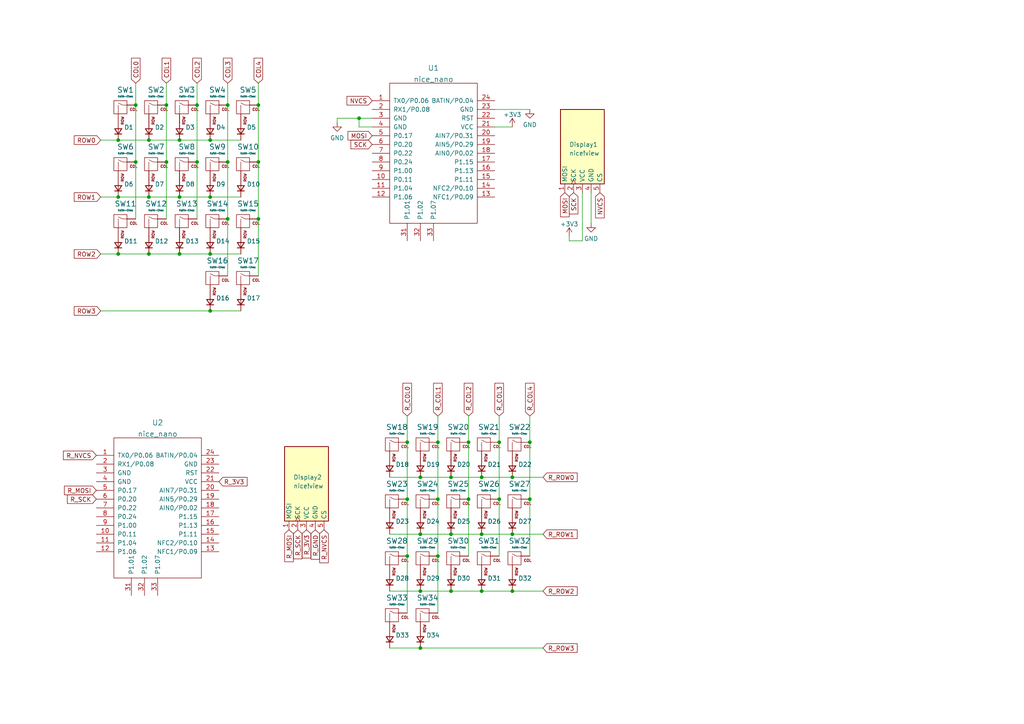
<source format=kicad_sch>
(kicad_sch (version 20211123) (generator eeschema)
  (paper "A4")
  (lib_symbols
    (symbol "Device:D_Small" (pin_numbers hide) (pin_names (offset 0.254) hide)
      (property "Reference" "D" (at -1.27 2.032 0))
      (property "Value" "D_Small" (at -3.81 -2.032 0))
      (symbol "D_Small_0_1"
        (polyline (pts (xy -0.762 -1.016) (xy -0.762 1.016)) (stroke (width 0.254)))
        (polyline (pts (xy -0.762 0) (xy 0.762 0)))
        (polyline (pts (xy 0.762 -1.016) (xy -0.762 0) (xy 0.762 1.016) (xy 0.762 -1.016)) (stroke (width 0.254)))
      )
      (symbol "D_Small_1_1"
        (pin passive line (at -2.54 0 0) (length 1.778) (name "K") (number "1"))
        (pin passive line (at 2.54 0 180) (length 1.778) (name "A") (number "2"))
      )
    )
    (symbol "MX_Alps_Hybrid:MX-NoLED" (pin_names (offset 1.016))
      (property "Reference" "MX" (at -0.635 3.81 0))
      (property "Value" "MX-NoLED" (at -0.635 1.27 0))
      (symbol "MX-NoLED_0_0"
        (rectangle (start -2.54 2.54) (end 1.27 -1.27))
        (polyline (pts (xy -1.27 -1.27) (xy -1.27 1.27)) (stroke (width 0.127)))
        (polyline (pts (xy 1.27 1.27) (xy 0 1.27) (xy -1.27 1.905)) (stroke (width 0.127)))
        (text "COL" (at 3.175 0 0) (effects (font (size 0.762 0.762))))
        (text "ROW" (at 0 -1.905 900) (effects (font (size 0.762 0.762)) (justify right)))
      )
      (symbol "MX-NoLED_1_1"
        (pin passive line (at 3.81 1.27 180) (length 2.54) (name "COL") (number "1"))
        (pin passive line (at -1.27 -3.81 90) (length 2.54) (name "ROW") (number "2"))
      )
    )
    (symbol "nice_nano:nice_nano" (pin_names (offset 1.016))
      (property "Reference" "U" (at 0 0 0))
      (property "Value" "nice_nano" (at 0 2.54 0))
      (symbol "nice_nano_0_1"
        (rectangle (start -12.7 -21.59) (end 12.7 19.05))
      )
      (symbol "nice_nano_1_1"
        (pin input line (at -17.78 13.97 0) (length 5.08) (name "TX0/P0.06") (number "1"))
        (pin input line (at -17.78 -8.89 0) (length 5.08) (name "P0.11") (number "10"))
        (pin input line (at -17.78 -11.43 0) (length 5.08) (name "P1.04") (number "11"))
        (pin input line (at -17.78 -13.97 0) (length 5.08) (name "P1.06") (number "12"))
        (pin input line (at 17.78 -13.97 180) (length 5.08) (name "NFC1/P0.09") (number "13"))
        (pin input line (at 17.78 -11.43 180) (length 5.08) (name "NFC2/P0.10") (number "14"))
        (pin input line (at 17.78 -8.89 180) (length 5.08) (name "P1.11") (number "15"))
        (pin input line (at 17.78 -6.35 180) (length 5.08) (name "P1.13") (number "16"))
        (pin input line (at 17.78 -3.81 180) (length 5.08) (name "P1.15") (number "17"))
        (pin input line (at 17.78 -1.27 180) (length 5.08) (name "AIN0/P0.02") (number "18"))
        (pin input line (at 17.78 1.27 180) (length 5.08) (name "AIN5/P0.29") (number "19"))
        (pin input line (at -17.78 11.43 0) (length 5.08) (name "RX1/P0.08") (number "2"))
        (pin input line (at 17.78 3.81 180) (length 5.08) (name "AIN7/P0.31") (number "20"))
        (pin input line (at 17.78 6.35 180) (length 5.08) (name "VCC") (number "21"))
        (pin input line (at 17.78 8.89 180) (length 5.08) (name "RST") (number "22"))
        (pin input line (at 17.78 11.43 180) (length 5.08) (name "GND") (number "23"))
        (pin input line (at 17.78 13.97 180) (length 5.08) (name "BATIN/P0.04") (number "24"))
        (pin input line (at -17.78 8.89 0) (length 5.08) (name "GND") (number "3"))
        (pin input line (at -7.62 -26.67 90) (length 5.08) (name "P1.01") (number "31"))
        (pin input line (at -3.81 -26.67 90) (length 5.08) (name "P1.02") (number "32"))
        (pin input line (at 0 -26.67 90) (length 5.08) (name "P1.07") (number "33"))
        (pin input line (at -17.78 6.35 0) (length 5.08) (name "GND") (number "4"))
        (pin input line (at -17.78 3.81 0) (length 5.08) (name "P0.17") (number "5"))
        (pin input line (at -17.78 1.27 0) (length 5.08) (name "P0.20") (number "6"))
        (pin input line (at -17.78 -1.27 0) (length 5.08) (name "P0.22") (number "7"))
        (pin input line (at -17.78 -3.81 0) (length 5.08) (name "P0.24") (number "8"))
        (pin input line (at -17.78 -6.35 0) (length 5.08) (name "P1.00") (number "9"))
      )
    )
    (symbol "nice_view:nice!view"
      (property "Reference" "Display" (at 0 12.7 0))
      (property "Value" "nice!view" (at 0 0 0))
      (symbol "nice!view_0_1"
        (rectangle (start -6.35 11.43) (end 6.35 -10.16) (stroke (width 0.254)) (fill (type background)))
      )
      (symbol "nice!view_1_1"
        (pin input line (at -5.08 -12.7 90) (length 2.54) (name "MOSI") (number "1"))
        (pin input clock (at -2.54 -12.7 90) (length 2.54) (name "SCK") (number "2"))
        (pin power_in line (at 0 -12.7 90) (length 2.54) (name "VCC") (number "3"))
        (pin power_out line (at 2.54 -12.7 90) (length 2.54) (name "GND") (number "4"))
        (pin passive line (at 5.08 -12.7 90) (length 2.54) (name "CS") (number "5"))
      )
    )
    (symbol "power:+3.3V" (power) (pin_names (offset 0))
      (property "Value" "+3.3V" (at 0 3.556 0))
      (symbol "+3.3V_0_1"
        (polyline (pts (xy -0.762 1.27) (xy 0 2.54)))
        (polyline (pts (xy 0 0) (xy 0 2.54)))
        (polyline (pts (xy 0 2.54) (xy 0.762 1.27)))
      )
      (symbol "+3.3V_1_1"
        (pin power_in line (at 0 0 90) (length 0) hide (name "+3V3") (number "1"))
      )
    )
    (symbol "power:GND" (power) (pin_names (offset 0))
      (property "Value" "GND" (at 0 -3.81 0))
      (symbol "GND_0_1"
        (polyline (pts (xy 0 0) (xy 0 -1.27) (xy 1.27 -1.27) (xy 0 -2.54) (xy -1.27 -1.27) (xy 0 -1.27)))
      )
      (symbol "GND_1_1"
        (pin power_in line (at 0 0 270) (length 0) hide (name "GND") (number "1"))
      )
    )
  )
  (junction (at 139.7 138.43))
  (junction (at 74.93 30.48))
  (junction (at 135.89 144.78))
  (junction (at 121.92 171.45))
  (junction (at 139.7 171.45))
  (junction (at 34.29 73.66))
  (junction (at 52.07 40.64))
  (junction (at 52.07 57.15))
  (junction (at 48.26 46.99))
  (junction (at 34.29 40.64))
  (junction (at 39.37 30.48))
  (junction (at 153.67 128.27))
  (junction (at 34.29 57.15))
  (junction (at 148.59 138.43))
  (junction (at 43.18 40.64))
  (junction (at 60.96 73.66))
  (junction (at 74.93 63.5))
  (junction (at 57.15 30.48))
  (junction (at 43.18 73.66))
  (junction (at 127 128.27))
  (junction (at 66.04 46.99))
  (junction (at 118.11 144.78))
  (junction (at 121.92 138.43))
  (junction (at 118.11 128.27))
  (junction (at 148.59 154.94))
  (junction (at 118.11 161.29))
  (junction (at 60.96 40.64))
  (junction (at 148.59 171.45))
  (junction (at 57.15 46.99))
  (junction (at 121.92 154.94))
  (junction (at 66.04 63.5))
  (junction (at 130.81 154.94))
  (junction (at 127 161.29))
  (junction (at 130.81 138.43))
  (junction (at 121.92 187.96))
  (junction (at 135.89 128.27))
  (junction (at 60.96 57.15))
  (junction (at 74.93 46.99))
  (junction (at 39.37 46.99))
  (junction (at 153.67 144.78))
  (junction (at 104.14 34.29))
  (junction (at 66.04 30.48))
  (junction (at 144.78 128.27))
  (junction (at 127 144.78))
  (junction (at 60.96 90.17))
  (junction (at 52.07 73.66))
  (junction (at 43.18 57.15))
  (junction (at 139.7 154.94))
  (junction (at 144.78 144.78))
  (junction (at 130.81 171.45))
  (junction (at 48.26 30.48))
  (wire (pts (xy 130.81 171.45) (xy 139.7 171.45)))
  (wire (pts (xy 43.18 57.15) (xy 52.07 57.15)))
  (wire (pts (xy 153.67 128.27) (xy 153.67 144.78)))
  (wire (pts (xy 60.96 90.17) (xy 69.85 90.17)))
  (wire (pts (xy 34.29 40.64) (xy 43.18 40.64)))
  (wire (pts (xy 60.96 40.64) (xy 69.85 40.64)))
  (wire (pts (xy 43.18 40.64) (xy 52.07 40.64)))
  (wire (pts (xy 113.03 171.45) (xy 121.92 171.45)))
  (wire (pts (xy 57.15 24.13) (xy 57.15 30.48)))
  (wire (pts (xy 74.93 30.48) (xy 74.93 46.99)))
  (wire (pts (xy 139.7 138.43) (xy 148.59 138.43)))
  (wire (pts (xy 168.91 55.88) (xy 168.91 69.85)))
  (wire (pts (xy 104.14 36.83) (xy 104.14 34.29)))
  (wire (pts (xy 118.11 161.29) (xy 118.11 177.8)))
  (wire (pts (xy 148.59 154.94) (xy 157.48 154.94)))
  (wire (pts (xy 118.11 120.65) (xy 118.11 128.27)))
  (wire (pts (xy 29.21 90.17) (xy 60.96 90.17)))
  (wire (pts (xy 135.89 128.27) (xy 135.89 144.78)))
  (wire (pts (xy 168.91 69.85) (xy 165.1 69.85)))
  (wire (pts (xy 127 128.27) (xy 127 144.78)))
  (wire (pts (xy 66.04 30.48) (xy 66.04 46.99)))
  (wire (pts (xy 139.7 171.45) (xy 148.59 171.45)))
  (wire (pts (xy 66.04 24.13) (xy 66.04 30.48)))
  (wire (pts (xy 29.21 57.15) (xy 34.29 57.15)))
  (wire (pts (xy 43.18 73.66) (xy 52.07 73.66)))
  (wire (pts (xy 60.96 73.66) (xy 69.85 73.66)))
  (wire (pts (xy 121.92 187.96) (xy 157.48 187.96)))
  (wire (pts (xy 57.15 46.99) (xy 57.15 63.5)))
  (wire (pts (xy 127 120.65) (xy 127 128.27)))
  (wire (pts (xy 97.79 34.29) (xy 97.79 35.56)))
  (wire (pts (xy 52.07 40.64) (xy 60.96 40.64)))
  (wire (pts (xy 113.03 187.96) (xy 121.92 187.96)))
  (wire (pts (xy 148.59 138.43) (xy 157.48 138.43)))
  (wire (pts (xy 29.21 73.66) (xy 34.29 73.66)))
  (wire (pts (xy 74.93 24.13) (xy 74.93 30.48)))
  (wire (pts (xy 107.95 36.83) (xy 104.14 36.83)))
  (wire (pts (xy 130.81 138.43) (xy 139.7 138.43)))
  (wire (pts (xy 29.21 40.64) (xy 34.29 40.64)))
  (wire (pts (xy 39.37 24.13) (xy 39.37 30.48)))
  (wire (pts (xy 48.26 30.48) (xy 48.26 46.99)))
  (wire (pts (xy 74.93 63.5) (xy 74.93 80.01)))
  (wire (pts (xy 66.04 63.5) (xy 66.04 80.01)))
  (wire (pts (xy 113.03 138.43) (xy 121.92 138.43)))
  (wire (pts (xy 34.29 73.66) (xy 43.18 73.66)))
  (wire (pts (xy 135.89 144.78) (xy 135.89 161.29)))
  (wire (pts (xy 139.7 154.94) (xy 148.59 154.94)))
  (wire (pts (xy 144.78 128.27) (xy 144.78 144.78)))
  (wire (pts (xy 148.59 171.45) (xy 157.48 171.45)))
  (wire (pts (xy 143.51 36.83) (xy 148.59 36.83)))
  (wire (pts (xy 66.04 46.99) (xy 66.04 63.5)))
  (wire (pts (xy 60.96 57.15) (xy 69.85 57.15)))
  (wire (pts (xy 39.37 46.99) (xy 39.37 63.5)))
  (wire (pts (xy 34.29 57.15) (xy 43.18 57.15)))
  (wire (pts (xy 121.92 154.94) (xy 130.81 154.94)))
  (wire (pts (xy 144.78 144.78) (xy 144.78 161.29)))
  (wire (pts (xy 121.92 171.45) (xy 130.81 171.45)))
  (wire (pts (xy 74.93 46.99) (xy 74.93 63.5)))
  (wire (pts (xy 144.78 120.65) (xy 144.78 128.27)))
  (wire (pts (xy 52.07 57.15) (xy 60.96 57.15)))
  (wire (pts (xy 127 144.78) (xy 127 161.29)))
  (wire (pts (xy 153.67 120.65) (xy 153.67 128.27)))
  (wire (pts (xy 143.51 31.75) (xy 153.67 31.75)))
  (wire (pts (xy 48.26 46.99) (xy 48.26 63.5)))
  (wire (pts (xy 39.37 30.48) (xy 39.37 46.99)))
  (wire (pts (xy 97.79 34.29) (xy 104.14 34.29)))
  (wire (pts (xy 127 161.29) (xy 127 177.8)))
  (wire (pts (xy 135.89 120.65) (xy 135.89 128.27)))
  (wire (pts (xy 118.11 128.27) (xy 118.11 144.78)))
  (wire (pts (xy 171.45 55.88) (xy 171.45 64.77)))
  (wire (pts (xy 165.1 69.85) (xy 165.1 68.58)))
  (wire (pts (xy 113.03 154.94) (xy 121.92 154.94)))
  (wire (pts (xy 48.26 24.13) (xy 48.26 30.48)))
  (wire (pts (xy 121.92 138.43) (xy 130.81 138.43)))
  (wire (pts (xy 57.15 30.48) (xy 57.15 46.99)))
  (wire (pts (xy 52.07 73.66) (xy 60.96 73.66)))
  (wire (pts (xy 118.11 144.78) (xy 118.11 161.29)))
  (wire (pts (xy 153.67 144.78) (xy 153.67 161.29)))
  (wire (pts (xy 107.95 34.29) (xy 104.14 34.29)))
  (wire (pts (xy 130.81 154.94) (xy 139.7 154.94)))
  (global_label "R_3V3" (shape input) (at 88.9 153.67 270) (property "Intersheet References" "${INTERSHEET_REFS}" (effects hide)))
  (global_label "ROW3" (shape input) (at 29.21 90.17 180) (property "Intersheet References" "${INTERSHEET_REFS}" (effects hide)))
  (global_label "R_COL1" (shape input) (at 127 120.65 90) (property "Intersheet References" "${INTERSHEET_REFS}" (effects hide)))
  (global_label "ROW1" (shape input) (at 29.21 57.15 180) (property "Intersheet References" "${INTERSHEET_REFS}" (effects hide)))
  (global_label "R_GND" (shape input) (at 91.44 153.67 270) (property "Intersheet References" "${INTERSHEET_REFS}" (effects hide)))
  (global_label "R_COL4" (shape input) (at 153.67 120.65 90) (property "Intersheet References" "${INTERSHEET_REFS}" (effects hide)))
  (global_label "R_MOSI" (shape input) (at 83.82 153.67 270) (property "Intersheet References" "${INTERSHEET_REFS}" (effects hide)))
  (global_label "COL3" (shape input) (at 66.04 24.13 90) (property "Intersheet References" "${INTERSHEET_REFS}" (effects hide)))
  (global_label "R_NVCS" (shape input) (at 93.98 153.67 270) (property "Intersheet References" "${INTERSHEET_REFS}" (effects hide)))
  (global_label "R_SCK" (shape input) (at 27.94 144.78 180) (property "Intersheet References" "${INTERSHEET_REFS}" (effects hide)))
  (global_label "R_ROW2" (shape input) (at 157.48 171.45 0) (property "Intersheet References" "${INTERSHEET_REFS}" (effects hide)))
  (global_label "R_COL2" (shape input) (at 135.89 120.65 90) (property "Intersheet References" "${INTERSHEET_REFS}" (effects hide)))
  (global_label "ROW2" (shape input) (at 29.21 73.66 180) (property "Intersheet References" "${INTERSHEET_REFS}" (effects hide)))
  (global_label "COL1" (shape input) (at 48.26 24.13 90) (property "Intersheet References" "${INTERSHEET_REFS}" (effects hide)))
  (global_label "R_ROW3" (shape input) (at 157.48 187.96 0) (property "Intersheet References" "${INTERSHEET_REFS}" (effects hide)))
  (global_label "R_COL3" (shape input) (at 144.78 120.65 90) (property "Intersheet References" "${INTERSHEET_REFS}" (effects hide)))
  (global_label "R_NVCS" (shape input) (at 27.94 132.08 180) (property "Intersheet References" "${INTERSHEET_REFS}" (effects hide)))
  (global_label "SCK" (shape input) (at 107.95 41.91 180) (property "Intersheet References" "${INTERSHEET_REFS}" (effects hide)))
  (global_label "COL2" (shape input) (at 57.15 24.13 90) (property "Intersheet References" "${INTERSHEET_REFS}" (effects hide)))
  (global_label "R_SCK" (shape input) (at 86.36 153.67 270) (property "Intersheet References" "${INTERSHEET_REFS}" (effects hide)))
  (global_label "ROW0" (shape input) (at 29.21 40.64 180) (property "Intersheet References" "${INTERSHEET_REFS}" (effects hide)))
  (global_label "COL0" (shape input) (at 39.37 24.13 90) (property "Intersheet References" "${INTERSHEET_REFS}" (effects hide)))
  (global_label "R_ROW0" (shape input) (at 157.48 138.43 0) (property "Intersheet References" "${INTERSHEET_REFS}" (effects hide)))
  (global_label "R_COL0" (shape input) (at 118.11 120.65 90) (property "Intersheet References" "${INTERSHEET_REFS}" (effects hide)))
  (global_label "R_ROW1" (shape input) (at 157.48 154.94 0) (property "Intersheet References" "${INTERSHEET_REFS}" (effects hide)))
  (global_label "MOSI" (shape input) (at 107.95 39.37 180) (property "Intersheet References" "${INTERSHEET_REFS}" (effects hide)))
  (global_label "SCK" (shape input) (at 166.37 55.88 270) (property "Intersheet References" "${INTERSHEET_REFS}" (effects hide)))
  (global_label "R_3V3" (shape input) (at 63.5 139.7 0) (property "Intersheet References" "${INTERSHEET_REFS}" (effects hide)))
  (global_label "NVCS" (shape input) (at 107.95 29.21 180) (property "Intersheet References" "${INTERSHEET_REFS}" (effects hide)))
  (global_label "COL4" (shape input) (at 74.93 24.13 90) (property "Intersheet References" "${INTERSHEET_REFS}" (effects hide)))
  (global_label "NVCS" (shape input) (at 173.99 55.88 270) (property "Intersheet References" "${INTERSHEET_REFS}" (effects hide)))
  (global_label "R_MOSI" (shape input) (at 27.94 142.24 180) (property "Intersheet References" "${INTERSHEET_REFS}" (effects hide)))
  (global_label "MOSI" (shape input) (at 163.83 55.88 270) (property "Intersheet References" "${INTERSHEET_REFS}" (effects hide)))
  (symbol (lib_id "Device:D_Small") (at 139.7 135.89 90) (unit 1)
    (property "Reference" "D21" (at 141.4272 134.7216 90) (effects (justify right)))
    (property "Value" "diode" (effects hide))
    (property "Footprint" "* duckyb-collection:D_SMD_TH" (effects hide))
  )
  (symbol (lib_id "MX_Alps_Hybrid:MX-NoLED") (at 62.23 64.77 0) (unit 1)
    (property "Reference" "SW14" (at 63.0682 59.1058 0) (effects (font (size 1.524 1.524))))
    (property "Value" "Kailh-Choc" (at 63.0682 60.9854 0) (effects (font (size 0.508 0.508))))
    (property "Footprint" "* duckyb-collection:SW_Hotswap_Kailh_Choc_V1_tweaked" (effects hide))
  )
  (symbol (lib_id "MX_Alps_Hybrid:MX-NoLED") (at 149.86 162.56 0) (unit 1)
    (property "Reference" "SW32" (at 150.6982 156.8958 0) (effects (font (size 1.524 1.524))))
    (property "Value" "Kailh-Choc" (at 150.6982 158.7754 0) (effects (font (size 0.508 0.508))))
    (property "Footprint" "* duckyb-collection:SW_Hotswap_Kailh_Choc_V1_tweaked" (effects hide))
  )
  (symbol (lib_id "Device:D_Small") (at 60.96 38.1 90) (unit 1)
    (property "Reference" "D4" (at 62.6872 36.9316 90) (effects (justify right)))
    (property "Value" "diode" (effects hide))
    (property "Footprint" "* duckyb-collection:D_SMD_TH" (effects hide))
  )
  (symbol (lib_id "MX_Alps_Hybrid:MX-NoLED") (at 114.3 179.07 0) (unit 1)
    (property "Reference" "SW33" (at 115.1382 173.4058 0) (effects (font (size 1.524 1.524))))
    (property "Value" "Kailh-Choc" (at 115.1382 175.2854 0) (effects (font (size 0.508 0.508))))
    (property "Footprint" "* duckyb-collection:SW_Hotswap_Kailh_Choc_V1_tweaked" (effects hide))
  )
  (symbol (lib_id "MX_Alps_Hybrid:MX-NoLED") (at 123.19 129.54 0) (unit 1)
    (property "Reference" "SW19" (at 124.0282 123.8758 0) (effects (font (size 1.524 1.524))))
    (property "Value" "Kailh-Choc" (at 124.0282 125.7554 0) (effects (font (size 0.508 0.508))))
    (property "Footprint" "* duckyb-collection:SW_Hotswap_Kailh_Choc_V1_tweaked" (effects hide))
  )
  (symbol (lib_id "Device:D_Small") (at 52.07 38.1 90) (unit 1)
    (property "Reference" "D3" (at 53.7972 36.9316 90) (effects (justify right)))
    (property "Value" "diode" (effects hide))
    (property "Footprint" "* duckyb-collection:D_SMD_TH" (effects hide))
  )
  (symbol (lib_id "MX_Alps_Hybrid:MX-NoLED") (at 114.3 129.54 0) (unit 1)
    (property "Reference" "SW18" (at 115.1382 123.8758 0) (effects (font (size 1.524 1.524))))
    (property "Value" "Kailh-Choc" (at 115.1382 125.7554 0) (effects (font (size 0.508 0.508))))
    (property "Footprint" "* duckyb-collection:SW_Hotswap_Kailh_Choc_V1_tweaked" (effects hide))
  )
  (symbol (lib_id "Device:D_Small") (at 113.03 185.42 90) (unit 1)
    (property "Reference" "D33" (at 114.7572 184.2516 90) (effects (justify right)))
    (property "Value" "diode" (effects hide))
    (property "Footprint" "* duckyb-collection:D_SMD_TH" (effects hide))
  )
  (symbol (lib_id "MX_Alps_Hybrid:MX-NoLED") (at 71.12 81.28 0) (unit 1)
    (property "Reference" "SW17" (at 71.9582 75.6158 0) (effects (font (size 1.524 1.524))))
    (property "Value" "Kailh-Choc" (at 71.9582 77.4954 0) (effects (font (size 0.508 0.508))))
    (property "Footprint" "* duckyb-collection:SW_Hotswap_Kailh_Choc_V1_tweaked" (effects hide))
  )
  (symbol (lib_id "MX_Alps_Hybrid:MX-NoLED") (at 132.08 146.05 0) (unit 1)
    (property "Reference" "SW25" (at 132.9182 140.3858 0) (effects (font (size 1.524 1.524))))
    (property "Value" "Kailh-Choc" (at 132.9182 142.2654 0) (effects (font (size 0.508 0.508))))
    (property "Footprint" "* duckyb-collection:SW_Hotswap_Kailh_Choc_V1_tweaked" (effects hide))
  )
  (symbol (lib_id "nice_nano:nice_nano") (at 125.73 43.18 0) (unit 1)
    (property "Reference" "U1" (at 125.73 19.7261 0) (effects (font (size 1.524 1.524))))
    (property "Value" "nice_nano" (at 125.73 23.0051 0) (effects (font (size 1.524 1.524))))
    (property "Footprint" "* duckyb-collection:nice_nano" (effects hide))
  )
  (symbol (lib_id "Device:D_Small") (at 113.03 152.4 90) (unit 1)
    (property "Reference" "D23" (at 114.7572 151.2316 90) (effects (justify right)))
    (property "Value" "diode" (effects hide))
    (property "Footprint" "* duckyb-collection:D_SMD_TH" (effects hide))
  )
  (symbol (lib_id "MX_Alps_Hybrid:MX-NoLED") (at 123.19 162.56 0) (unit 1)
    (property "Reference" "SW29" (at 124.0282 156.8958 0) (effects (font (size 1.524 1.524))))
    (property "Value" "Kailh-Choc" (at 124.0282 158.7754 0) (effects (font (size 0.508 0.508))))
    (property "Footprint" "* duckyb-collection:SW_Hotswap_Kailh_Choc_V1_tweaked" (effects hide))
  )
  (symbol (lib_id "MX_Alps_Hybrid:MX-NoLED") (at 53.34 48.26 0) (unit 1)
    (property "Reference" "SW8" (at 54.1782 42.5958 0) (effects (font (size 1.524 1.524))))
    (property "Value" "Kailh-Choc" (at 54.1782 44.4754 0) (effects (font (size 0.508 0.508))))
    (property "Footprint" "* duckyb-collection:SW_Hotswap_Kailh_Choc_V1_tweaked" (effects hide))
  )
  (symbol (lib_id "power:+3.3V") (at 148.59 36.83 0) (unit 1)
    (property "Reference" "#PWR0102" (effects hide))
    (property "Value" "+3.3V" (at 148.59 33.2542 0))
  )
  (symbol (lib_id "Device:D_Small") (at 69.85 87.63 90) (unit 1)
    (property "Reference" "D17" (at 71.5772 86.4616 90) (effects (justify right)))
    (property "Value" "diode" (effects hide))
    (property "Footprint" "* duckyb-collection:D_SMD_TH" (effects hide))
  )
  (symbol (lib_id "Device:D_Small") (at 113.03 135.89 90) (unit 1)
    (property "Reference" "D18" (at 114.7572 134.7216 90) (effects (justify right)))
    (property "Value" "diode" (effects hide))
    (property "Footprint" "* duckyb-collection:D_SMD_TH" (effects hide))
  )
  (symbol (lib_id "Device:D_Small") (at 43.18 71.12 90) (unit 1)
    (property "Reference" "D12" (at 44.9072 69.9516 90) (effects (justify right)))
    (property "Value" "diode" (effects hide))
    (property "Footprint" "* duckyb-collection:D_SMD_TH" (effects hide))
  )
  (symbol (lib_id "MX_Alps_Hybrid:MX-NoLED") (at 132.08 162.56 0) (unit 1)
    (property "Reference" "SW30" (at 132.9182 156.8958 0) (effects (font (size 1.524 1.524))))
    (property "Value" "Kailh-Choc" (at 132.9182 158.7754 0) (effects (font (size 0.508 0.508))))
    (property "Footprint" "* duckyb-collection:SW_Hotswap_Kailh_Choc_V1_tweaked" (effects hide))
  )
  (symbol (lib_id "MX_Alps_Hybrid:MX-NoLED") (at 71.12 64.77 0) (unit 1)
    (property "Reference" "SW15" (at 71.9582 59.1058 0) (effects (font (size 1.524 1.524))))
    (property "Value" "Kailh-Choc" (at 71.9582 60.9854 0) (effects (font (size 0.508 0.508))))
    (property "Footprint" "* duckyb-collection:SW_Hotswap_Kailh_Choc_V1_tweaked" (effects hide))
  )
  (symbol (lib_id "Device:D_Small") (at 130.81 135.89 90) (unit 1)
    (property "Reference" "D20" (at 132.5372 134.7216 90) (effects (justify right)))
    (property "Value" "diode" (effects hide))
    (property "Footprint" "* duckyb-collection:D_SMD_TH" (effects hide))
  )
  (symbol (lib_id "nice_view:nice!view") (at 88.9 140.97 0) (unit 1)
    (property "Reference" "Display2" (at 85.09 138.43 0) (effects (justify left)))
    (property "Value" "nice!view" (at 85.09 140.97 0) (effects (justify left)))
    (property "Footprint" "* duckyb-collection:nice_view" (effects hide))
    (property "Datasheet" "https://nicekeyboards.com/docs/nice-view/pinout-schematic" (effects hide))
  )
  (symbol (lib_id "Device:D_Small") (at 148.59 168.91 90) (unit 1)
    (property "Reference" "D32" (at 150.3172 167.7416 90) (effects (justify right)))
    (property "Value" "diode" (effects hide))
    (property "Footprint" "* duckyb-collection:D_SMD_TH" (effects hide))
  )
  (symbol (lib_id "Device:D_Small") (at 148.59 152.4 90) (unit 1)
    (property "Reference" "D27" (at 150.3172 151.2316 90) (effects (justify right)))
    (property "Value" "diode" (effects hide))
    (property "Footprint" "* duckyb-collection:D_SMD_TH" (effects hide))
  )
  (symbol (lib_id "Device:D_Small") (at 69.85 71.12 90) (unit 1)
    (property "Reference" "D15" (at 71.5772 69.9516 90) (effects (justify right)))
    (property "Value" "diode" (effects hide))
    (property "Footprint" "* duckyb-collection:D_SMD_TH" (effects hide))
  )
  (symbol (lib_id "MX_Alps_Hybrid:MX-NoLED") (at 123.19 146.05 0) (unit 1)
    (property "Reference" "SW24" (at 124.0282 140.3858 0) (effects (font (size 1.524 1.524))))
    (property "Value" "Kailh-Choc" (at 124.0282 142.2654 0) (effects (font (size 0.508 0.508))))
    (property "Footprint" "* duckyb-collection:SW_Hotswap_Kailh_Choc_V1_tweaked" (effects hide))
  )
  (symbol (lib_id "MX_Alps_Hybrid:MX-NoLED") (at 35.56 31.75 0) (unit 1)
    (property "Reference" "SW1" (at 36.3982 26.0858 0) (effects (font (size 1.524 1.524))))
    (property "Value" "Kailh-Choc" (at 36.3982 27.9654 0) (effects (font (size 0.508 0.508))))
    (property "Footprint" "* duckyb-collection:SW_Hotswap_Kailh_Choc_V1_tweaked" (effects hide))
  )
  (symbol (lib_id "MX_Alps_Hybrid:MX-NoLED") (at 140.97 146.05 0) (unit 1)
    (property "Reference" "SW26" (at 141.8082 140.3858 0) (effects (font (size 1.524 1.524))))
    (property "Value" "Kailh-Choc" (at 141.8082 142.2654 0) (effects (font (size 0.508 0.508))))
    (property "Footprint" "* duckyb-collection:SW_Hotswap_Kailh_Choc_V1_tweaked" (effects hide))
  )
  (symbol (lib_id "MX_Alps_Hybrid:MX-NoLED") (at 62.23 31.75 0) (unit 1)
    (property "Reference" "SW4" (at 63.0682 26.0858 0) (effects (font (size 1.524 1.524))))
    (property "Value" "Kailh-Choc" (at 63.0682 27.9654 0) (effects (font (size 0.508 0.508))))
    (property "Footprint" "* duckyb-collection:SW_Hotswap_Kailh_Choc_V1_tweaked" (effects hide))
  )
  (symbol (lib_id "Device:D_Small") (at 43.18 38.1 90) (unit 1)
    (property "Reference" "D2" (at 44.9072 36.9316 90) (effects (justify right)))
    (property "Value" "diode" (effects hide))
    (property "Footprint" "* duckyb-collection:D_SMD_TH" (effects hide))
  )
  (symbol (lib_id "Device:D_Small") (at 69.85 54.61 90) (unit 1)
    (property "Reference" "D10" (at 71.5772 53.4416 90) (effects (justify right)))
    (property "Value" "diode" (effects hide))
    (property "Footprint" "* duckyb-collection:D_SMD_TH" (effects hide))
  )
  (symbol (lib_id "Device:D_Small") (at 130.81 168.91 90) (unit 1)
    (property "Reference" "D30" (at 132.5372 167.7416 90) (effects (justify right)))
    (property "Value" "diode" (effects hide))
    (property "Footprint" "* duckyb-collection:D_SMD_TH" (effects hide))
  )
  (symbol (lib_id "Device:D_Small") (at 130.81 152.4 90) (unit 1)
    (property "Reference" "D25" (at 132.5372 151.2316 90) (effects (justify right)))
    (property "Value" "diode" (effects hide))
    (property "Footprint" "* duckyb-collection:D_SMD_TH" (effects hide))
  )
  (symbol (lib_id "Device:D_Small") (at 113.03 168.91 90) (unit 1)
    (property "Reference" "D28" (at 114.7572 167.7416 90) (effects (justify right)))
    (property "Value" "diode" (effects hide))
    (property "Footprint" "* duckyb-collection:D_SMD_TH" (effects hide))
  )
  (symbol (lib_id "MX_Alps_Hybrid:MX-NoLED") (at 62.23 48.26 0) (unit 1)
    (property "Reference" "SW9" (at 63.0682 42.5958 0) (effects (font (size 1.524 1.524))))
    (property "Value" "Kailh-Choc" (at 63.0682 44.4754 0) (effects (font (size 0.508 0.508))))
    (property "Footprint" "* duckyb-collection:SW_Hotswap_Kailh_Choc_V1_tweaked" (effects hide))
  )
  (symbol (lib_id "power:+3.3V") (at 165.1 68.58 0) (unit 1)
    (property "Reference" "#PWR0104" (effects hide))
    (property "Value" "+3.3V" (at 165.1 65.0042 0))
  )
  (symbol (lib_id "nice_view:nice!view") (at 168.91 43.18 0) (unit 1)
    (property "Reference" "Display1" (at 165.1 41.9131 0) (effects (justify left)))
    (property "Value" "nice!view" (at 165.1 44.45 0) (effects (justify left)))
    (property "Footprint" "* duckyb-collection:nice_view" (effects hide))
    (property "Datasheet" "https://nicekeyboards.com/docs/nice-view/pinout-schematic" (effects hide))
  )
  (symbol (lib_id "Device:D_Small") (at 43.18 54.61 90) (unit 1)
    (property "Reference" "D7" (at 44.9072 53.4416 90) (effects (justify right)))
    (property "Value" "diode" (effects hide))
    (property "Footprint" "* duckyb-collection:D_SMD_TH" (effects hide))
  )
  (symbol (lib_id "MX_Alps_Hybrid:MX-NoLED") (at 140.97 162.56 0) (unit 1)
    (property "Reference" "SW31" (at 141.8082 156.8958 0) (effects (font (size 1.524 1.524))))
    (property "Value" "Kailh-Choc" (at 141.8082 158.7754 0) (effects (font (size 0.508 0.508))))
    (property "Footprint" "* duckyb-collection:SW_Hotswap_Kailh_Choc_V1_tweaked" (effects hide))
  )
  (symbol (lib_id "Device:D_Small") (at 52.07 54.61 90) (unit 1)
    (property "Reference" "D8" (at 53.7972 53.4416 90) (effects (justify right)))
    (property "Value" "diode" (effects hide))
    (property "Footprint" "* duckyb-collection:D_SMD_TH" (effects hide))
  )
  (symbol (lib_id "power:GND") (at 97.79 35.56 0) (unit 1)
    (property "Reference" "#PWR0106" (effects hide))
    (property "Value" "GND" (at 97.79 40.0034 0))
  )
  (symbol (lib_id "MX_Alps_Hybrid:MX-NoLED") (at 44.45 48.26 0) (unit 1)
    (property "Reference" "SW7" (at 45.2882 42.5958 0) (effects (font (size 1.524 1.524))))
    (property "Value" "Kailh-Choc" (at 45.2882 44.4754 0) (effects (font (size 0.508 0.508))))
    (property "Footprint" "* duckyb-collection:SW_Hotswap_Kailh_Choc_V1_tweaked" (effects hide))
  )
  (symbol (lib_id "Device:D_Small") (at 34.29 38.1 90) (unit 1)
    (property "Reference" "D1" (at 36.0172 36.9316 90) (effects (justify right)))
    (property "Value" "diode" (effects hide))
    (property "Footprint" "* duckyb-collection:D_SMD_TH" (effects hide))
  )
  (symbol (lib_id "MX_Alps_Hybrid:MX-NoLED") (at 35.56 48.26 0) (unit 1)
    (property "Reference" "SW6" (at 36.3982 42.5958 0) (effects (font (size 1.524 1.524))))
    (property "Value" "Kailh-Choc" (at 36.3982 44.4754 0) (effects (font (size 0.508 0.508))))
    (property "Footprint" "* duckyb-collection:SW_Hotswap_Kailh_Choc_V1_tweaked" (effects hide))
  )
  (symbol (lib_id "MX_Alps_Hybrid:MX-NoLED") (at 62.23 81.28 0) (unit 1)
    (property "Reference" "SW16" (at 63.0682 75.6158 0) (effects (font (size 1.524 1.524))))
    (property "Value" "Kailh-Choc" (at 63.0682 77.4954 0) (effects (font (size 0.508 0.508))))
    (property "Footprint" "* duckyb-collection:SW_Hotswap_Kailh_Choc_V1_tweaked" (effects hide))
  )
  (symbol (lib_id "Device:D_Small") (at 60.96 71.12 90) (unit 1)
    (property "Reference" "D14" (at 62.6872 69.9516 90) (effects (justify right)))
    (property "Value" "diode" (effects hide))
    (property "Footprint" "* duckyb-collection:D_SMD_TH" (effects hide))
  )
  (symbol (lib_id "MX_Alps_Hybrid:MX-NoLED") (at 114.3 146.05 0) (unit 1)
    (property "Reference" "SW23" (at 115.1382 140.3858 0) (effects (font (size 1.524 1.524))))
    (property "Value" "Kailh-Choc" (at 115.1382 142.2654 0) (effects (font (size 0.508 0.508))))
    (property "Footprint" "* duckyb-collection:SW_Hotswap_Kailh_Choc_V1_tweaked" (effects hide))
  )
  (symbol (lib_id "nice_nano:nice_nano") (at 45.72 146.05 0) (unit 1)
    (property "Reference" "U2" (at 45.72 122.5961 0) (effects (font (size 1.524 1.524))))
    (property "Value" "nice_nano" (at 45.72 125.8751 0) (effects (font (size 1.524 1.524))))
    (property "Footprint" "* duckyb-collection:nice_nano" (effects hide))
  )
  (symbol (lib_id "Device:D_Small") (at 121.92 135.89 90) (unit 1)
    (property "Reference" "D19" (at 123.6472 134.7216 90) (effects (justify right)))
    (property "Value" "diode" (effects hide))
    (property "Footprint" "* duckyb-collection:D_SMD_TH" (effects hide))
  )
  (symbol (lib_id "MX_Alps_Hybrid:MX-NoLED") (at 149.86 146.05 0) (unit 1)
    (property "Reference" "SW27" (at 150.6982 140.3858 0) (effects (font (size 1.524 1.524))))
    (property "Value" "Kailh-Choc" (at 150.6982 142.2654 0) (effects (font (size 0.508 0.508))))
    (property "Footprint" "* duckyb-collection:SW_Hotswap_Kailh_Choc_V1_tweaked" (effects hide))
  )
  (symbol (lib_id "Device:D_Small") (at 121.92 152.4 90) (unit 1)
    (property "Reference" "D24" (at 123.6472 151.2316 90) (effects (justify right)))
    (property "Value" "diode" (effects hide))
    (property "Footprint" "* duckyb-collection:D_SMD_TH" (effects hide))
  )
  (symbol (lib_id "Device:D_Small") (at 121.92 168.91 90) (unit 1)
    (property "Reference" "D29" (at 123.6472 167.7416 90) (effects (justify right)))
    (property "Value" "diode" (effects hide))
    (property "Footprint" "* duckyb-collection:D_SMD_TH" (effects hide))
  )
  (symbol (lib_id "Device:D_Small") (at 69.85 38.1 90) (unit 1)
    (property "Reference" "D5" (at 71.5772 36.9316 90) (effects (justify right)))
    (property "Value" "diode" (effects hide))
    (property "Footprint" "* duckyb-collection:D_SMD_TH" (effects hide))
  )
  (symbol (lib_id "MX_Alps_Hybrid:MX-NoLED") (at 123.19 179.07 0) (unit 1)
    (property "Reference" "SW34" (at 124.0282 173.4058 0) (effects (font (size 1.524 1.524))))
    (property "Value" "Kailh-Choc" (at 124.0282 175.2854 0) (effects (font (size 0.508 0.508))))
    (property "Footprint" "* duckyb-collection:SW_Hotswap_Kailh_Choc_V1_tweaked" (effects hide))
  )
  (symbol (lib_id "Device:D_Small") (at 34.29 54.61 90) (unit 1)
    (property "Reference" "D6" (at 36.0172 53.4416 90) (effects (justify right)))
    (property "Value" "diode" (effects hide))
    (property "Footprint" "* duckyb-collection:D_SMD_TH" (effects hide))
  )
  (symbol (lib_id "Device:D_Small") (at 148.59 135.89 90) (unit 1)
    (property "Reference" "D22" (at 150.3172 134.7216 90) (effects (justify right)))
    (property "Value" "diode" (effects hide))
    (property "Footprint" "* duckyb-collection:D_SMD_TH" (effects hide))
  )
  (symbol (lib_id "Device:D_Small") (at 60.96 54.61 90) (unit 1)
    (property "Reference" "D9" (at 62.6872 53.4416 90) (effects (justify right)))
    (property "Value" "diode" (effects hide))
    (property "Footprint" "* duckyb-collection:D_SMD_TH" (effects hide))
  )
  (symbol (lib_id "MX_Alps_Hybrid:MX-NoLED") (at 140.97 129.54 0) (unit 1)
    (property "Reference" "SW21" (at 141.8082 123.8758 0) (effects (font (size 1.524 1.524))))
    (property "Value" "Kailh-Choc" (at 141.8082 125.7554 0) (effects (font (size 0.508 0.508))))
    (property "Footprint" "* duckyb-collection:SW_Hotswap_Kailh_Choc_V1_tweaked" (effects hide))
  )
  (symbol (lib_id "MX_Alps_Hybrid:MX-NoLED") (at 44.45 64.77 0) (unit 1)
    (property "Reference" "SW12" (at 45.2882 59.1058 0) (effects (font (size 1.524 1.524))))
    (property "Value" "Kailh-Choc" (at 45.2882 60.9854 0) (effects (font (size 0.508 0.508))))
    (property "Footprint" "* duckyb-collection:SW_Hotswap_Kailh_Choc_V1_tweaked" (effects hide))
  )
  (symbol (lib_id "MX_Alps_Hybrid:MX-NoLED") (at 71.12 31.75 0) (unit 1)
    (property "Reference" "SW5" (at 71.9582 26.0858 0) (effects (font (size 1.524 1.524))))
    (property "Value" "Kailh-Choc" (at 71.9582 27.9654 0) (effects (font (size 0.508 0.508))))
    (property "Footprint" "* duckyb-collection:SW_Hotswap_Kailh_Choc_V1_tweaked" (effects hide))
  )
  (symbol (lib_id "Device:D_Small") (at 121.92 185.42 90) (unit 1)
    (property "Reference" "D34" (at 123.6472 184.2516 90) (effects (justify right)))
    (property "Value" "diode" (effects hide))
    (property "Footprint" "* duckyb-collection:D_SMD_TH" (effects hide))
  )
  (symbol (lib_id "MX_Alps_Hybrid:MX-NoLED") (at 149.86 129.54 0) (unit 1)
    (property "Reference" "SW22" (at 150.6982 123.8758 0) (effects (font (size 1.524 1.524))))
    (property "Value" "Kailh-Choc" (at 150.6982 125.7554 0) (effects (font (size 0.508 0.508))))
    (property "Footprint" "* duckyb-collection:SW_Hotswap_Kailh_Choc_V1_tweaked" (effects hide))
  )
  (symbol (lib_id "MX_Alps_Hybrid:MX-NoLED") (at 44.45 31.75 0) (unit 1)
    (property "Reference" "SW2" (at 45.2882 26.0858 0) (effects (font (size 1.524 1.524))))
    (property "Value" "Kailh-Choc" (at 45.2882 27.9654 0) (effects (font (size 0.508 0.508))))
    (property "Footprint" "* duckyb-collection:SW_Hotswap_Kailh_Choc_V1_tweaked" (effects hide))
  )
  (symbol (lib_id "power:GND") (at 153.67 31.75 0) (unit 1)
    (property "Reference" "#PWR0101" (effects hide))
    (property "Value" "GND" (at 153.67 36.1934 0))
  )
  (symbol (lib_id "MX_Alps_Hybrid:MX-NoLED") (at 71.12 48.26 0) (unit 1)
    (property "Reference" "SW10" (at 71.9582 42.5958 0) (effects (font (size 1.524 1.524))))
    (property "Value" "Kailh-Choc" (at 71.9582 44.4754 0) (effects (font (size 0.508 0.508))))
    (property "Footprint" "* duckyb-collection:SW_Hotswap_Kailh_Choc_V1_tweaked" (effects hide))
  )
  (symbol (lib_id "MX_Alps_Hybrid:MX-NoLED") (at 35.56 64.77 0) (unit 1)
    (property "Reference" "SW11" (at 36.3982 59.1058 0) (effects (font (size 1.524 1.524))))
    (property "Value" "Kailh-Choc" (at 36.3982 60.9854 0) (effects (font (size 0.508 0.508))))
    (property "Footprint" "* duckyb-collection:SW_Hotswap_Kailh_Choc_V1_tweaked" (effects hide))
  )
  (symbol (lib_id "MX_Alps_Hybrid:MX-NoLED") (at 53.34 31.75 0) (unit 1)
    (property "Reference" "SW3" (at 54.1782 26.0858 0) (effects (font (size 1.524 1.524))))
    (property "Value" "Kailh-Choc" (at 54.1782 27.9654 0) (effects (font (size 0.508 0.508))))
    (property "Footprint" "* duckyb-collection:SW_Hotswap_Kailh_Choc_V1_tweaked" (effects hide))
  )
  (symbol (lib_id "Device:D_Small") (at 60.96 87.63 90) (unit 1)
    (property "Reference" "D16" (at 62.6872 86.4616 90) (effects (justify right)))
    (property "Value" "diode" (effects hide))
    (property "Footprint" "* duckyb-collection:D_SMD_TH" (effects hide))
  )
  (symbol (lib_id "Device:D_Small") (at 34.29 71.12 90) (unit 1)
    (property "Reference" "D11" (at 36.0172 69.9516 90) (effects (justify right)))
    (property "Value" "diode" (effects hide))
    (property "Footprint" "* duckyb-collection:D_SMD_TH" (effects hide))
  )
  (symbol (lib_id "MX_Alps_Hybrid:MX-NoLED") (at 132.08 129.54 0) (unit 1)
    (property "Reference" "SW20" (at 132.9182 123.8758 0) (effects (font (size 1.524 1.524))))
    (property "Value" "Kailh-Choc" (at 132.9182 125.7554 0) (effects (font (size 0.508 0.508))))
    (property "Footprint" "* duckyb-collection:SW_Hotswap_Kailh_Choc_V1_tweaked" (effects hide))
  )
  (symbol (lib_id "Device:D_Small") (at 52.07 71.12 90) (unit 1)
    (property "Reference" "D13" (at 53.7972 69.9516 90) (effects (justify right)))
    (property "Value" "diode" (effects hide))
    (property "Footprint" "* duckyb-collection:D_SMD_TH" (effects hide))
  )
  (symbol (lib_id "power:GND") (at 171.45 64.77 0) (unit 1)
    (property "Reference" "#PWR0105" (effects hide))
    (property "Value" "GND" (at 171.45 69.2134 0))
  )
  (symbol (lib_id "Device:D_Small") (at 139.7 168.91 90) (unit 1)
    (property "Reference" "D31" (at 141.4272 167.7416 90) (effects (justify right)))
    (property "Value" "diode" (effects hide))
    (property "Footprint" "* duckyb-collection:D_SMD_TH" (effects hide))
  )
  (symbol (lib_id "MX_Alps_Hybrid:MX-NoLED") (at 114.3 162.56 0) (unit 1)
    (property "Reference" "SW28" (at 115.1382 156.8958 0) (effects (font (size 1.524 1.524))))
    (property "Value" "Kailh-Choc" (at 115.1382 158.7754 0) (effects (font (size 0.508 0.508))))
    (property "Footprint" "* duckyb-collection:SW_Hotswap_Kailh_Choc_V1_tweaked" (effects hide))
  )
  (symbol (lib_id "Device:D_Small") (at 139.7 152.4 90) (unit 1)
    (property "Reference" "D26" (at 141.4272 151.2316 90) (effects (justify right)))
    (property "Value" "diode" (effects hide))
    (property "Footprint" "* duckyb-collection:D_SMD_TH" (effects hide))
  )
  (symbol (lib_id "MX_Alps_Hybrid:MX-NoLED") (at 53.34 64.77 0) (unit 1)
    (property "Reference" "SW13" (at 54.1782 59.1058 0) (effects (font (size 1.524 1.524))))
    (property "Value" "Kailh-Choc" (at 54.1782 60.9854 0) (effects (font (size 0.508 0.508))))
    (property "Footprint" "* duckyb-collection:SW_Hotswap_Kailh_Choc_V1_tweaked" (effects hide))
  )
)
</source>
